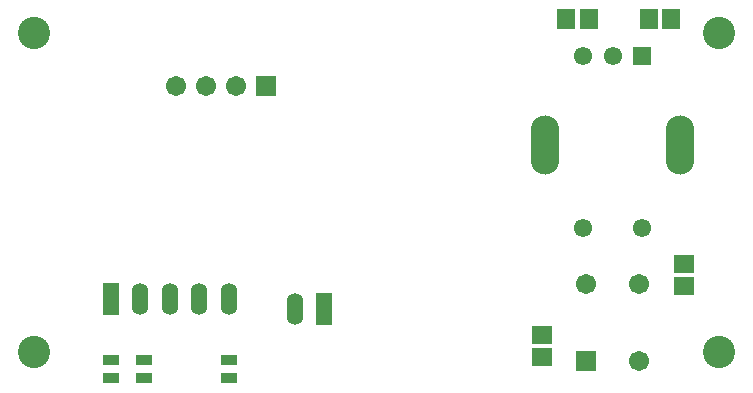
<source format=gts>
G04*
G04 #@! TF.GenerationSoftware,Altium Limited,Altium Designer,20.2.6 (244)*
G04*
G04 Layer_Color=8388736*
%FSLAX25Y25*%
%MOIN*%
G70*
G04*
G04 #@! TF.SameCoordinates,29AB004D-2CC8-4C0B-A097-626F2230A58D*
G04*
G04*
G04 #@! TF.FilePolarity,Negative*
G04*
G01*
G75*
%ADD10R,0.05315X0.03740*%
%ADD13R,0.06312X0.06902*%
%ADD14R,0.06902X0.06312*%
%ADD15C,0.06706*%
%ADD16R,0.06706X0.06706*%
%ADD17R,0.05524X0.10642*%
%ADD18O,0.05524X0.10642*%
%ADD19C,0.06102*%
%ADD20R,0.06102X0.06102*%
G04:AMPARAMS|DCode=21|XSize=94.49mil|YSize=196.85mil|CornerRadius=47.24mil|HoleSize=0mil|Usage=FLASHONLY|Rotation=180.000|XOffset=0mil|YOffset=0mil|HoleType=Round|Shape=RoundedRectangle|*
%AMROUNDEDRECTD21*
21,1,0.09449,0.10236,0,0,180.0*
21,1,0.00000,0.19685,0,0,180.0*
1,1,0.09449,0.00000,0.05118*
1,1,0.09449,0.00000,0.05118*
1,1,0.09449,0.00000,-0.05118*
1,1,0.09449,0.00000,-0.05118*
%
%ADD21ROUNDEDRECTD21*%
%ADD22C,0.10748*%
%ADD23R,0.06706X0.06706*%
D10*
X76800Y14853D02*
D03*
Y8947D02*
D03*
X48500Y14853D02*
D03*
Y8947D02*
D03*
X37400Y14853D02*
D03*
Y8947D02*
D03*
D13*
X196654Y128560D02*
D03*
X189173D02*
D03*
X224213Y128560D02*
D03*
X216732D02*
D03*
D14*
X228346Y39567D02*
D03*
Y47047D02*
D03*
X181102Y23425D02*
D03*
Y15945D02*
D03*
D15*
X59055Y106299D02*
D03*
X69055D02*
D03*
X79055D02*
D03*
X213583Y14764D02*
D03*
Y40354D02*
D03*
X195866D02*
D03*
D16*
X89055Y106299D02*
D03*
D17*
X108600Y31900D02*
D03*
X37402Y35433D02*
D03*
D18*
X98757Y31900D02*
D03*
X76772Y35433D02*
D03*
X66929D02*
D03*
X57087D02*
D03*
X47244D02*
D03*
D19*
X214567Y59055D02*
D03*
X194882D02*
D03*
Y116142D02*
D03*
X204724D02*
D03*
D20*
X214567D02*
D03*
D21*
X227165Y86614D02*
D03*
X182283D02*
D03*
D22*
X11811Y124016D02*
D03*
X240157D02*
D03*
Y17717D02*
D03*
X11811D02*
D03*
D23*
X195866Y14764D02*
D03*
M02*

</source>
